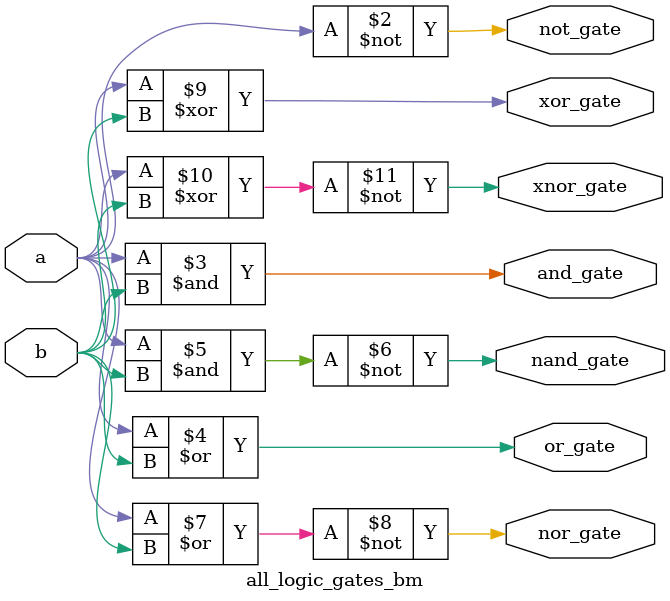
<source format=v>

module all_logic_gates_bm(
    input wire a,
    input wire b,
    output reg not_gate,
    output reg and_gate,
    output reg or_gate,
    output reg nand_gate,
    output reg nor_gate,
    output reg xor_gate,
    output reg xnor_gate
);

  always@(*)
   
    begin
      not_gate = ~a;
      and_gate = a & b;
      or_gate  = a | b;
      nand_gate = ~(a & b);
      nor_gate = ~ (a | b);
      xor_gate = a ^ b;
      xnor_gate = (~(a ^ b));
      
    end
endmodule
      
      
                       
</source>
